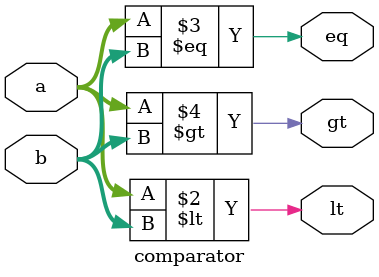
<source format=v>
`timescale 1ns / 1ps


module comparator(

  output reg eq,
  output reg gt,
  output reg lt,
  input [3:0] a,
  input [3:0] b
);

  always @(*) begin
    lt = (a < b);
    eq = (a == b);
    gt = (a > b);
  end
  
endmodule

</source>
